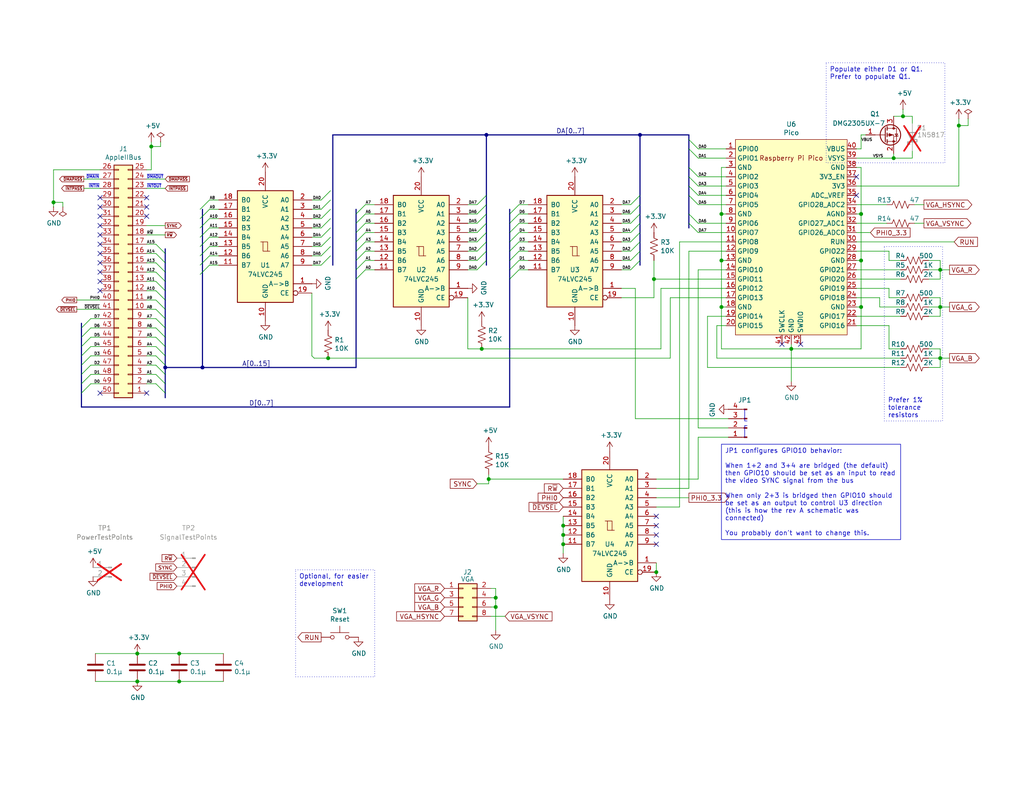
<source format=kicad_sch>
(kicad_sch (version 20231120) (generator "eeschema") (generator_version "8.0")
  (paper "USLetter")
  (title_block (title "Apple II VGA Card") (date "2023-09-09") (rev "B") (comment 1 "Licensed under CERN-OHL-P V2.0 (https://ohwr.org/cern_ohl_p_v2.txt)") (comment 2 "Copyright (c) 2021-2023 Mark Aikens"))
  (junction (at 179.07 156.21))
  (junction (at 48.895 178.435))
  (junction (at 132.715 36.83))
  (junction (at 48.895 186.055))
  (junction (at 135.255 165.735))
  (junction (at 55.245 100.33))
  (junction (at 153.67 148.59))
  (junction (at 14.605 55.245))
  (junction (at 133.35 130.81))
  (junction (at 41.275 40.005))
  (junction (at 243.84 43.18))
  (junction (at 196.85 58.42))
  (junction (at 153.67 143.51))
  (junction (at 45.085 100.33))
  (junction (at 256.54 83.82))
  (junction (at 196.85 83.82))
  (junction (at 196.85 71.12))
  (junction (at 261.62 34.29))
  (junction (at 246.38 31.75))
  (junction (at 153.67 146.05))
  (junction (at 234.95 71.12))
  (junction (at 178.435 76.2))
  (junction (at 234.95 58.42))
  (junction (at 89.535 97.79))
  (junction (at 215.9 95.25))
  (junction (at 174.625 36.83))
  (junction (at 37.465 178.435))
  (junction (at 131.445 95.25))
  (junction (at 256.54 73.66))
  (junction (at 234.95 83.82))
  (junction (at 135.255 163.195))
  (junction (at 37.465 186.055))
  (junction (at 256.54 97.79))
  (no_connect (at 27.305 59.055))
  (no_connect (at 27.305 69.215))
  (no_connect (at 233.68 48.26))
  (no_connect (at 218.44 93.98))
  (no_connect (at 233.68 53.34))
  (no_connect (at 27.305 71.755))
  (no_connect (at 27.305 61.595))
  (no_connect (at 40.005 107.315))
  (no_connect (at 27.305 79.375))
  (no_connect (at 213.36 93.98))
  (no_connect (at 40.005 59.055))
  (no_connect (at 40.005 56.515))
  (no_connect (at 179.07 148.59))
  (no_connect (at 40.005 53.975))
  (no_connect (at 27.305 76.835))
  (no_connect (at 179.07 140.97))
  (no_connect (at 27.305 56.515))
  (no_connect (at 179.07 146.05))
  (no_connect (at 27.305 107.315))
  (no_connect (at 27.305 64.135))
  (no_connect (at 179.07 143.51))
  (no_connect (at 27.305 74.295))
  (no_connect (at 27.305 53.975))
  (no_connect (at 27.305 66.675))
  (bus_entry (at 190.5 63.5) (size -2.54 -2.54))
  (bus_entry (at 139.065 63.5) (size 2.54 -2.54))
  (bus_entry (at 54.61 64.77) (size 2.54 -2.54))
  (bus_entry (at 97.155 66.04) (size 2.54 -2.54))
  (bus_entry (at 97.155 68.58) (size 2.54 -2.54))
  (bus_entry (at 22.225 94.615) (size 2.54 -2.54))
  (bus_entry (at 42.545 102.235) (size 2.54 2.54))
  (bus_entry (at 22.225 102.235) (size 2.54 -2.54))
  (bus_entry (at 190.5 48.26) (size -2.54 -2.54))
  (bus_entry (at 139.065 71.12) (size 2.54 -2.54))
  (bus_entry (at 87.63 72.39) (size 2.54 -2.54))
  (bus_entry (at 130.175 55.88) (size 2.54 -2.54))
  (bus_entry (at 54.61 69.85) (size 2.54 -2.54))
  (bus_entry (at 130.175 63.5) (size 2.54 -2.54))
  (bus_entry (at 42.545 74.295) (size 2.54 2.54))
  (bus_entry (at 97.155 58.42) (size 2.54 -2.54))
  (bus_entry (at 42.545 104.775) (size 2.54 2.54))
  (bus_entry (at 190.5 40.64) (size -2.54 -2.54))
  (bus_entry (at 42.545 81.915) (size 2.54 2.54))
  (bus_entry (at 190.5 55.88) (size -2.54 -2.54))
  (bus_entry (at 42.545 84.455) (size 2.54 2.54))
  (bus_entry (at 139.065 66.04) (size 2.54 -2.54))
  (bus_entry (at 130.175 68.58) (size 2.54 -2.54))
  (bus_entry (at 22.225 107.315) (size 2.54 -2.54))
  (bus_entry (at 97.155 73.66) (size 2.54 -2.54))
  (bus_entry (at 190.5 43.18) (size -2.54 -2.54))
  (bus_entry (at 130.175 71.12) (size 2.54 -2.54))
  (bus_entry (at 54.61 62.23) (size 2.54 -2.54))
  (bus_entry (at 87.63 64.77) (size 2.54 -2.54))
  (bus_entry (at 97.155 71.12) (size 2.54 -2.54))
  (bus_entry (at 172.085 58.42) (size 2.54 -2.54))
  (bus_entry (at 172.085 68.58) (size 2.54 -2.54))
  (bus_entry (at 22.225 92.075) (size 2.54 -2.54))
  (bus_entry (at 139.065 76.2) (size 2.54 -2.54))
  (bus_entry (at 42.545 71.755) (size 2.54 2.54))
  (bus_entry (at 97.155 63.5) (size 2.54 -2.54))
  (bus_entry (at 172.085 66.04) (size 2.54 -2.54))
  (bus_entry (at 87.63 67.31) (size 2.54 -2.54))
  (bus_entry (at 190.5 50.8) (size -2.54 -2.54))
  (bus_entry (at 42.545 69.215) (size 2.54 2.54))
  (bus_entry (at 42.545 89.535) (size 2.54 2.54))
  (bus_entry (at 172.085 60.96) (size 2.54 -2.54))
  (bus_entry (at 42.545 97.155) (size 2.54 2.54))
  (bus_entry (at 130.175 73.66) (size 2.54 -2.54))
  (bus_entry (at 42.545 66.675) (size 2.54 2.54))
  (bus_entry (at 42.545 76.835) (size 2.54 2.54))
  (bus_entry (at 42.545 99.695) (size 2.54 2.54))
  (bus_entry (at 130.175 60.96) (size 2.54 -2.54))
  (bus_entry (at 139.065 68.58) (size 2.54 -2.54))
  (bus_entry (at 139.065 58.42) (size 2.54 -2.54))
  (bus_entry (at 22.225 99.695) (size 2.54 -2.54))
  (bus_entry (at 42.545 79.375) (size 2.54 2.54))
  (bus_entry (at 87.63 59.69) (size 2.54 -2.54))
  (bus_entry (at 139.065 60.96) (size 2.54 -2.54))
  (bus_entry (at 87.63 69.85) (size 2.54 -2.54))
  (bus_entry (at 42.545 86.995) (size 2.54 2.54))
  (bus_entry (at 54.61 59.69) (size 2.54 -2.54))
  (bus_entry (at 172.085 71.12) (size 2.54 -2.54))
  (bus_entry (at 97.155 60.96) (size 2.54 -2.54))
  (bus_entry (at 87.63 57.15) (size 2.54 -2.54))
  (bus_entry (at 190.5 60.96) (size -2.54 -2.54))
  (bus_entry (at 190.5 53.34) (size -2.54 -2.54))
  (bus_entry (at 42.545 92.075) (size 2.54 2.54))
  (bus_entry (at 87.63 62.23) (size 2.54 -2.54))
  (bus_entry (at 54.61 67.31) (size 2.54 -2.54))
  (bus_entry (at 22.225 104.775) (size 2.54 -2.54))
  (bus_entry (at 172.085 55.88) (size 2.54 -2.54))
  (bus_entry (at 97.155 76.2) (size 2.54 -2.54))
  (bus_entry (at 87.63 54.61) (size 2.54 -2.54))
  (bus_entry (at 172.085 73.66) (size 2.54 -2.54))
  (bus_entry (at 130.175 58.42) (size 2.54 -2.54))
  (bus_entry (at 139.065 73.66) (size 2.54 -2.54))
  (bus_entry (at 130.175 66.04) (size 2.54 -2.54))
  (bus_entry (at 172.085 63.5) (size 2.54 -2.54))
  (bus_entry (at 54.61 57.15) (size 2.54 -2.54))
  (bus_entry (at 54.61 72.39) (size 2.54 -2.54))
  (bus_entry (at 54.61 74.93) (size 2.54 -2.54))
  (bus_entry (at 22.225 89.535) (size 2.54 -2.54))
  (bus_entry (at 42.545 94.615) (size 2.54 2.54))
  (bus_entry (at 22.225 97.155) (size 2.54 -2.54))
  (bus (pts (xy 45.085 94.615) (xy 45.085 97.155)))
  (wire (pts (xy 42.545 66.675) (xy 40.005 66.675)))
  (wire (pts (xy 234.95 83.82) (xy 234.95 71.12)))
  (wire (pts (xy 42.545 81.915) (xy 40.005 81.915)))
  (bus (pts (xy 187.96 36.83) (xy 187.96 38.1)))
  (wire (pts (xy 253.365 81.28) (xy 256.54 81.28)))
  (bus (pts (xy 97.155 63.5) (xy 97.155 66.04)))
  (wire (pts (xy 26.035 178.435) (xy 37.465 178.435)))
  (wire (pts (xy 57.15 59.69) (xy 59.69 59.69)))
  (bus (pts (xy 139.065 66.04) (xy 139.065 68.58)))
  (wire (pts (xy 24.765 104.775) (xy 27.305 104.775)))
  (wire (pts (xy 256.54 81.28) (xy 256.54 83.82)))
  (bus (pts (xy 90.805 36.83) (xy 132.715 36.83)))
  (wire (pts (xy 42.545 92.075) (xy 40.005 92.075)))
  (wire (pts (xy 233.68 73.66) (xy 245.745 73.66)))
  (wire (pts (xy 256.54 83.82) (xy 253.365 83.82)))
  (wire (pts (xy 14.605 46.355) (xy 14.605 55.245)))
  (wire (pts (xy 259.08 73.66) (xy 256.54 73.66)))
  (bus (pts (xy 187.96 58.42) (xy 187.96 60.96)))
  (bus (pts (xy 139.065 76.2) (xy 139.065 111.125)))
  (bus (pts (xy 132.715 63.5) (xy 132.715 66.04)))
  (wire (pts (xy 234.95 71.12) (xy 233.68 71.12)))
  (wire (pts (xy 234.95 40.64) (xy 233.68 40.64)))
  (wire (pts (xy 144.145 71.12) (xy 141.605 71.12)))
  (wire (pts (xy 41.275 40.005) (xy 43.815 40.005)))
  (wire (pts (xy 133.35 132.08) (xy 130.175 132.08)))
  (wire (pts (xy 196.85 95.25) (xy 196.85 83.82)))
  (wire (pts (xy 245.745 81.28) (xy 242.57 81.28)))
  (wire (pts (xy 243.84 41.91) (xy 243.84 43.18)))
  (wire (pts (xy 169.545 81.28) (xy 178.435 81.28)))
  (wire (pts (xy 42.545 84.455) (xy 40.005 84.455)))
  (bus (pts (xy 45.085 97.155) (xy 45.085 99.695)))
  (wire (pts (xy 195.58 88.9) (xy 198.12 88.9)))
  (wire (pts (xy 173.355 114.3) (xy 198.755 114.3)))
  (wire (pts (xy 190.5 63.5) (xy 198.12 63.5)))
  (wire (pts (xy 87.63 54.61) (xy 85.09 54.61)))
  (wire (pts (xy 233.68 76.2) (xy 245.745 76.2)))
  (wire (pts (xy 196.85 83.82) (xy 196.85 71.12)))
  (wire (pts (xy 102.235 71.12) (xy 99.695 71.12)))
  (wire (pts (xy 133.35 129.54) (xy 133.35 130.81)))
  (bus (pts (xy 139.065 71.12) (xy 139.065 73.66)))
  (wire (pts (xy 242.57 71.12) (xy 242.57 68.58)))
  (wire (pts (xy 144.145 58.42) (xy 141.605 58.42)))
  (wire (pts (xy 179.07 138.43) (xy 185.42 138.43)))
  (wire (pts (xy 14.605 46.355) (xy 27.305 46.355)))
  (bus (pts (xy 187.96 50.8) (xy 187.96 53.34)))
  (bus (pts (xy 45.085 100.33) (xy 45.085 102.235)))
  (wire (pts (xy 144.145 55.88) (xy 141.605 55.88)))
  (wire (pts (xy 85.09 97.155) (xy 85.725 97.79)))
  (wire (pts (xy 130.175 68.58) (xy 127.635 68.58)))
  (wire (pts (xy 252.095 55.88) (xy 249.555 55.88)))
  (wire (pts (xy 57.15 57.15) (xy 59.69 57.15)))
  (bus (pts (xy 45.085 104.775) (xy 45.085 107.315)))
  (wire (pts (xy 256.54 86.36) (xy 256.54 83.82)))
  (bus (pts (xy 187.96 40.64) (xy 187.96 45.72)))
  (wire (pts (xy 178.435 71.12) (xy 178.435 76.2)))
  (wire (pts (xy 131.445 95.25) (xy 180.34 95.25)))
  (wire (pts (xy 127.635 95.25) (xy 131.445 95.25)))
  (bus (pts (xy 132.715 66.04) (xy 132.715 68.58)))
  (bus (pts (xy 45.085 74.295) (xy 45.085 76.835)))
  (bus (pts (xy 174.625 36.83) (xy 187.96 36.83)))
  (wire (pts (xy 57.15 64.77) (xy 59.69 64.77)))
  (wire (pts (xy 190.5 119.38) (xy 190.5 130.81)))
  (wire (pts (xy 85.09 57.15) (xy 87.63 57.15)))
  (bus (pts (xy 45.085 76.835) (xy 45.085 79.375)))
  (wire (pts (xy 187.96 68.58) (xy 198.12 68.58)))
  (bus (pts (xy 187.96 53.34) (xy 187.96 58.42)))
  (wire (pts (xy 261.62 34.29) (xy 261.62 32.385)))
  (bus (pts (xy 132.715 36.83) (xy 174.625 36.83)))
  (wire (pts (xy 42.545 94.615) (xy 40.005 94.615)))
  (wire (pts (xy 190.5 60.96) (xy 198.12 60.96)))
  (wire (pts (xy 242.57 95.25) (xy 245.745 95.25)))
  (wire (pts (xy 57.15 54.61) (xy 59.69 54.61)))
  (wire (pts (xy 102.235 58.42) (xy 99.695 58.42)))
  (wire (pts (xy 259.08 97.79) (xy 256.54 97.79)))
  (bus (pts (xy 22.225 111.125) (xy 139.065 111.125)))
  (wire (pts (xy 144.145 68.58) (xy 141.605 68.58)))
  (wire (pts (xy 240.03 81.28) (xy 233.68 81.28)))
  (wire (pts (xy 153.67 143.51) (xy 153.67 146.05)))
  (wire (pts (xy 256.54 97.79) (xy 253.365 97.79)))
  (wire (pts (xy 42.545 89.535) (xy 40.005 89.535)))
  (wire (pts (xy 196.85 58.42) (xy 198.12 58.42)))
  (wire (pts (xy 172.085 66.04) (xy 169.545 66.04)))
  (bus (pts (xy 45.085 79.375) (xy 45.085 81.915)))
  (wire (pts (xy 102.235 60.96) (xy 99.695 60.96)))
  (wire (pts (xy 153.67 140.97) (xy 153.67 143.51)))
  (wire (pts (xy 27.305 81.915) (xy 20.955 81.915)))
  (wire (pts (xy 57.15 67.31) (xy 59.69 67.31)))
  (wire (pts (xy 253.365 76.2) (xy 256.54 76.2)))
  (wire (pts (xy 198.12 50.8) (xy 190.5 50.8)))
  (wire (pts (xy 253.365 100.33) (xy 256.54 100.33)))
  (wire (pts (xy 190.5 53.34) (xy 198.12 53.34)))
  (bus (pts (xy 174.625 63.5) (xy 174.625 66.04)))
  (wire (pts (xy 127.635 81.28) (xy 127.635 95.25)))
  (wire (pts (xy 172.085 71.12) (xy 169.545 71.12)))
  (wire (pts (xy 87.63 72.39) (xy 85.09 72.39)))
  (wire (pts (xy 135.255 165.735) (xy 133.985 165.735)))
  (wire (pts (xy 190.5 55.88) (xy 198.12 55.88)))
  (wire (pts (xy 40.005 48.895) (xy 45.085 48.895)))
  (wire (pts (xy 193.04 86.36) (xy 198.12 86.36)))
  (wire (pts (xy 233.68 50.8) (xy 261.62 50.8)))
  (wire (pts (xy 87.63 62.23) (xy 85.09 62.23)))
  (wire (pts (xy 172.085 58.42) (xy 169.545 58.42)))
  (bus (pts (xy 97.155 68.58) (xy 97.155 71.12)))
  (wire (pts (xy 169.545 73.66) (xy 172.085 73.66)))
  (bus (pts (xy 45.085 99.695) (xy 45.085 100.33)))
  (wire (pts (xy 195.58 97.79) (xy 245.745 97.79)))
  (wire (pts (xy 234.95 36.83) (xy 234.95 40.64)))
  (bus (pts (xy 45.085 89.535) (xy 45.085 92.075)))
  (wire (pts (xy 40.005 46.355) (xy 41.275 46.355)))
  (wire (pts (xy 87.63 64.77) (xy 85.09 64.77)))
  (wire (pts (xy 215.9 95.25) (xy 234.95 95.25)))
  (wire (pts (xy 193.04 100.33) (xy 245.745 100.33)))
  (wire (pts (xy 130.175 71.12) (xy 127.635 71.12)))
  (bus (pts (xy 45.085 84.455) (xy 45.085 86.995)))
  (bus (pts (xy 174.625 55.88) (xy 174.625 58.42)))
  (bus (pts (xy 132.715 36.83) (xy 132.715 53.34)))
  (wire (pts (xy 102.235 55.88) (xy 99.695 55.88)))
  (bus (pts (xy 55.245 100.33) (xy 97.155 100.33)))
  (bus (pts (xy 187.96 48.26) (xy 187.96 50.8)))
  (wire (pts (xy 190.5 119.38) (xy 198.755 119.38)))
  (bus (pts (xy 45.085 92.075) (xy 45.085 94.615)))
  (wire (pts (xy 196.85 71.12) (xy 196.85 58.42)))
  (wire (pts (xy 144.145 66.04) (xy 141.605 66.04)))
  (wire (pts (xy 43.815 40.005) (xy 43.815 38.735)))
  (wire (pts (xy 182.88 81.28) (xy 198.12 81.28)))
  (wire (pts (xy 57.15 72.39) (xy 59.69 72.39)))
  (bus (pts (xy 97.155 58.42) (xy 97.155 60.96)))
  (wire (pts (xy 135.255 160.655) (xy 135.255 163.195)))
  (polyline (pts (xy 203.2 111.76) (xy 203.2 114.935)))
  (wire (pts (xy 130.175 73.66) (xy 127.635 73.66)))
  (wire (pts (xy 102.235 66.04) (xy 99.695 66.04)))
  (wire (pts (xy 102.235 63.5) (xy 99.695 63.5)))
  (bus (pts (xy 139.065 57.15) (xy 139.065 58.42)))
  (bus (pts (xy 22.225 99.695) (xy 22.225 102.235)))
  (wire (pts (xy 253.365 86.36) (xy 256.54 86.36)))
  (wire (pts (xy 41.275 46.355) (xy 41.275 40.005)))
  (bus (pts (xy 139.065 58.42) (xy 139.065 60.96)))
  (wire (pts (xy 87.63 67.31) (xy 85.09 67.31)))
  (wire (pts (xy 246.38 29.845) (xy 246.38 31.75)))
  (wire (pts (xy 240.03 83.82) (xy 245.745 83.82)))
  (wire (pts (xy 135.255 163.195) (xy 135.255 165.735)))
  (wire (pts (xy 242.57 88.9) (xy 242.57 95.25)))
  (wire (pts (xy 264.16 32.385) (xy 264.16 34.29)))
  (bus (pts (xy 45.085 67.945) (xy 45.085 69.215)))
  (wire (pts (xy 135.255 163.195) (xy 133.985 163.195)))
  (wire (pts (xy 48.895 186.055) (xy 37.465 186.055)))
  (bus (pts (xy 132.715 58.42) (xy 132.715 60.96)))
  (wire (pts (xy 185.42 66.04) (xy 185.42 138.43)))
  (bus (pts (xy 97.155 57.15) (xy 97.155 58.42)))
  (wire (pts (xy 242.57 78.74) (xy 233.68 78.74)))
  (bus (pts (xy 187.96 60.96) (xy 187.96 62.23)))
  (wire (pts (xy 242.57 81.28) (xy 242.57 78.74)))
  (wire (pts (xy 130.175 63.5) (xy 127.635 63.5)))
  (wire (pts (xy 256.54 95.25) (xy 256.54 97.79)))
  (wire (pts (xy 196.85 58.42) (xy 196.85 45.72)))
  (wire (pts (xy 215.9 95.25) (xy 215.9 93.98)))
  (wire (pts (xy 242.57 68.58) (xy 233.68 68.58)))
  (wire (pts (xy 234.95 45.72) (xy 233.68 45.72)))
  (wire (pts (xy 133.985 168.275) (xy 137.795 168.275)))
  (wire (pts (xy 24.765 86.995) (xy 27.305 86.995)))
  (wire (pts (xy 153.67 148.59) (xy 153.67 151.13)))
  (wire (pts (xy 40.005 61.595) (xy 45.085 61.595)))
  (wire (pts (xy 144.145 63.5) (xy 141.605 63.5)))
  (wire (pts (xy 130.175 66.04) (xy 127.635 66.04)))
  (wire (pts (xy 234.95 36.83) (xy 236.22 36.83)))
  (bus (pts (xy 97.155 60.96) (xy 97.155 63.5)))
  (wire (pts (xy 178.435 76.2) (xy 178.435 81.28)))
  (bus (pts (xy 45.085 102.235) (xy 45.085 104.775)))
  (bus (pts (xy 174.625 58.42) (xy 174.625 60.96)))
  (wire (pts (xy 17.145 55.245) (xy 14.605 55.245)))
  (wire (pts (xy 57.15 62.23) (xy 59.69 62.23)))
  (wire (pts (xy 242.57 88.9) (xy 233.68 88.9)))
  (bus (pts (xy 139.065 73.66) (xy 139.065 76.2)))
  (wire (pts (xy 133.35 130.81) (xy 153.67 130.81)))
  (wire (pts (xy 193.04 100.33) (xy 193.04 86.36)))
  (bus (pts (xy 139.065 68.58) (xy 139.065 71.12)))
  (wire (pts (xy 246.38 31.75) (xy 248.92 31.75)))
  (bus (pts (xy 139.065 60.96) (xy 139.065 63.5)))
  (wire (pts (xy 17.145 56.515) (xy 17.145 55.245)))
  (wire (pts (xy 40.005 51.435) (xy 45.085 51.435)))
  (wire (pts (xy 27.305 48.895) (xy 22.86 48.895)))
  (bus (pts (xy 22.225 97.155) (xy 22.225 99.695)))
  (wire (pts (xy 259.08 83.82) (xy 256.54 83.82)))
  (bus (pts (xy 45.085 69.215) (xy 45.085 71.755)))
  (wire (pts (xy 243.84 43.18) (xy 248.92 43.18)))
  (bus (pts (xy 187.96 45.72) (xy 187.96 48.26)))
  (wire (pts (xy 196.85 45.72) (xy 198.12 45.72)))
  (bus (pts (xy 97.155 66.04) (xy 97.155 68.58)))
  (wire (pts (xy 24.765 94.615) (xy 27.305 94.615)))
  (bus (pts (xy 45.085 100.33) (xy 55.245 100.33)))
  (wire (pts (xy 37.465 186.055) (xy 26.035 186.055)))
  (wire (pts (xy 45.085 64.135) (xy 40.005 64.135)))
  (wire (pts (xy 20.955 84.455) (xy 27.305 84.455)))
  (wire (pts (xy 87.63 59.69) (xy 85.09 59.69)))
  (wire (pts (xy 242.57 71.12) (xy 245.745 71.12)))
  (wire (pts (xy 243.84 31.75) (xy 246.38 31.75)))
  (bus (pts (xy 22.225 107.315) (xy 22.225 111.125)))
  (bus (pts (xy 22.225 94.615) (xy 22.225 97.155)))
  (wire (pts (xy 48.895 178.435) (xy 60.96 178.435)))
  (wire (pts (xy 234.95 58.42) (xy 234.95 45.72)))
  (wire (pts (xy 187.96 68.58) (xy 187.96 133.35)))
  (wire (pts (xy 89.535 97.79) (xy 182.88 97.79)))
  (wire (pts (xy 173.355 78.74) (xy 169.545 78.74)))
  (wire (pts (xy 42.545 104.775) (xy 40.005 104.775)))
  (wire (pts (xy 42.545 76.835) (xy 40.005 76.835)))
  (wire (pts (xy 241.935 60.96) (xy 233.68 60.96)))
  (wire (pts (xy 57.15 69.85) (xy 59.69 69.85)))
  (wire (pts (xy 42.545 99.695) (xy 40.005 99.695)))
  (wire (pts (xy 179.07 133.35) (xy 187.96 133.35)))
  (polyline (pts (xy 203.835 114.935) (xy 203.2 114.935)))
  (wire (pts (xy 42.545 86.995) (xy 40.005 86.995)))
  (wire (pts (xy 253.365 71.12) (xy 256.54 71.12)))
  (wire (pts (xy 130.175 55.88) (xy 127.635 55.88)))
  (bus (pts (xy 132.715 60.96) (xy 132.715 63.5)))
  (wire (pts (xy 256.54 73.66) (xy 253.365 73.66)))
  (wire (pts (xy 42.545 79.375) (xy 40.005 79.375)))
  (wire (pts (xy 179.07 130.81) (xy 190.5 130.81)))
  (wire (pts (xy 42.545 69.215) (xy 40.005 69.215)))
  (wire (pts (xy 234.95 83.82) (xy 233.68 83.82)))
  (bus (pts (xy 90.805 36.83) (xy 90.805 72.39)))
  (wire (pts (xy 133.985 160.655) (xy 135.255 160.655)))
  (wire (pts (xy 233.68 86.36) (xy 245.745 86.36)))
  (bus (pts (xy 45.085 86.995) (xy 45.085 89.535)))
  (wire (pts (xy 180.34 78.74) (xy 198.12 78.74)))
  (bus (pts (xy 22.225 102.235) (xy 22.225 104.775)))
  (wire (pts (xy 173.355 78.74) (xy 173.355 114.3)))
  (wire (pts (xy 240.03 83.82) (xy 240.03 81.28)))
  (bus (pts (xy 45.085 107.315) (xy 45.085 108.585)))
  (wire (pts (xy 144.145 73.66) (xy 141.605 73.66)))
  (wire (pts (xy 144.145 60.96) (xy 141.605 60.96)))
  (wire (pts (xy 234.95 95.25) (xy 234.95 83.82)))
  (polyline (pts (xy 203.2 119.38) (xy 203.2 116.205)))
  (polyline (pts (xy 203.835 116.205) (xy 203.2 116.205)))
  (bus (pts (xy 132.715 71.12) (xy 132.715 72.39)))
  (bus (pts (xy 174.625 53.34) (xy 174.625 55.88)))
  (wire (pts (xy 237.49 63.5) (xy 233.68 63.5)))
  (bus (pts (xy 45.085 71.755) (xy 45.085 74.295)))
  (wire (pts (xy 24.765 102.235) (xy 27.305 102.235)))
  (wire (pts (xy 264.16 34.29) (xy 261.62 34.29)))
  (wire (pts (xy 42.545 71.755) (xy 40.005 71.755)))
  (bus (pts (xy 174.625 68.58) (xy 174.625 71.12)))
  (bus (pts (xy 45.085 81.915) (xy 45.085 84.455)))
  (bus (pts (xy 22.225 88.265) (xy 22.225 89.535)))
  (wire (pts (xy 233.68 66.04) (xy 260.35 66.04)))
  (wire (pts (xy 153.67 146.05) (xy 153.67 148.59)))
  (wire (pts (xy 248.92 43.18) (xy 248.92 41.275)))
  (wire (pts (xy 190.5 116.84) (xy 198.755 116.84)))
  (wire (pts (xy 256.54 76.2) (xy 256.54 73.66)))
  (wire (pts (xy 248.92 31.75) (xy 248.92 33.655)))
  (wire (pts (xy 179.07 153.67) (xy 179.07 156.21)))
  (wire (pts (xy 185.42 66.04) (xy 198.12 66.04)))
  (wire (pts (xy 85.09 80.01) (xy 85.09 97.155)))
  (wire (pts (xy 87.63 69.85) (xy 85.09 69.85)))
  (bus (pts (xy 97.155 71.12) (xy 97.155 73.66)))
  (wire (pts (xy 172.085 63.5) (xy 169.545 63.5)))
  (wire (pts (xy 190.5 73.66) (xy 190.5 116.84)))
  (bus (pts (xy 55.245 57.15) (xy 55.245 100.33)))
  (bus (pts (xy 22.225 89.535) (xy 22.225 92.075)))
  (wire (pts (xy 85.725 97.79) (xy 89.535 97.79)))
  (bus (pts (xy 97.155 76.2) (xy 97.155 100.33)))
  (bus (pts (xy 22.225 92.075) (xy 22.225 94.615)))
  (wire (pts (xy 172.085 68.58) (xy 169.545 68.58)))
  (wire (pts (xy 130.175 58.42) (xy 127.635 58.42)))
  (wire (pts (xy 233.68 43.18) (xy 243.84 43.18)))
  (bus (pts (xy 97.155 73.66) (xy 97.155 76.2)))
  (wire (pts (xy 41.275 40.005) (xy 41.275 38.735)))
  (wire (pts (xy 190.5 43.18) (xy 198.12 43.18)))
  (wire (pts (xy 130.175 60.96) (xy 127.635 60.96)))
  (wire (pts (xy 234.95 71.12) (xy 234.95 58.42)))
  (wire (pts (xy 241.935 55.88) (xy 233.68 55.88)))
  (wire (pts (xy 24.765 89.535) (xy 27.305 89.535)))
  (wire (pts (xy 172.085 60.96) (xy 169.545 60.96)))
  (wire (pts (xy 172.085 55.88) (xy 169.545 55.88)))
  (wire (pts (xy 196.85 83.82) (xy 198.12 83.82)))
  (bus (pts (xy 139.065 63.5) (xy 139.065 66.04)))
  (wire (pts (xy 180.34 95.25) (xy 180.34 78.74)))
  (wire (pts (xy 253.365 95.25) (xy 256.54 95.25)))
  (wire (pts (xy 252.095 60.96) (xy 249.555 60.96)))
  (wire (pts (xy 198.12 73.66) (xy 190.5 73.66)))
  (bus (pts (xy 22.225 104.775) (xy 22.225 107.315)))
  (wire (pts (xy 42.545 102.235) (xy 40.005 102.235)))
  (bus (pts (xy 132.715 55.88) (xy 132.715 58.42)))
  (wire (pts (xy 190.5 48.26) (xy 198.12 48.26)))
  (wire (pts (xy 24.765 97.155) (xy 27.305 97.155)))
  (bus (pts (xy 174.625 60.96) (xy 174.625 63.5)))
  (wire (pts (xy 196.85 71.12) (xy 198.12 71.12)))
  (bus (pts (xy 132.715 68.58) (xy 132.715 71.12)))
  (wire (pts (xy 178.435 76.2) (xy 198.12 76.2)))
  (wire (pts (xy 24.765 99.695) (xy 27.305 99.695)))
  (wire (pts (xy 42.545 97.155) (xy 40.005 97.155)))
  (wire (pts (xy 234.95 58.42) (xy 233.68 58.42)))
  (bus (pts (xy 187.96 38.1) (xy 187.96 40.64)))
  (wire (pts (xy 48.895 186.055) (xy 60.96 186.055)))
  (bus (pts (xy 174.625 66.04) (xy 174.625 68.58)))
  (wire (pts (xy 102.235 68.58) (xy 99.695 68.58)))
  (wire (pts (xy 195.58 97.79) (xy 195.58 88.9)))
  (wire (pts (xy 24.765 92.075) (xy 27.305 92.075)))
  (bus (pts (xy 174.625 71.12) (xy 174.625 72.39)))
  (wire (pts (xy 215.9 104.14) (xy 215.9 95.25)))
  (wire (pts (xy 256.54 71.12) (xy 256.54 73.66)))
  (bus (pts (xy 174.625 36.83) (xy 174.625 53.34)))
  (wire (pts (xy 256.54 100.33) (xy 256.54 97.79)))
  (wire (pts (xy 37.465 178.435) (xy 48.895 178.435)))
  (wire (pts (xy 182.88 97.79) (xy 182.88 81.28)))
  (wire (pts (xy 22.86 51.435) (xy 27.305 51.435)))
  (bus (pts (xy 132.715 53.34) (xy 132.715 55.88)))
  (wire (pts (xy 14.605 55.245) (xy 14.605 56.515)))
  (wire (pts (xy 42.545 74.295) (xy 40.005 74.295)))
  (wire (pts (xy 133.35 130.81) (xy 133.35 132.08)))
  (wire (pts (xy 261.62 50.8) (xy 261.62 34.29)))
  (wire (pts (xy 135.255 165.735) (xy 135.255 172.085)))
  (wire (pts (xy 196.85 95.25) (xy 215.9 95.25)))
  (wire (pts (xy 190.5 40.64) (xy 198.12 40.64)))
  (wire (pts (xy 179.07 135.89) (xy 187.96 135.89)))
  (wire (pts (xy 102.235 73.66) (xy 99.695 73.66)))
  (text_box "Optional, for easier development" (at 80.645 155.575 0) (size 21.59 29.21) (stroke (width 0) (type dot)) (effects (font (size 1.27 1.27)) (justify left top)))
  (text_box "Populate either D1 or Q1. Prefer to populate Q1." (at 225.425 17.145 0) (size 32.385 27.305) (stroke (width 0) (type dot)) (effects (font (size 1.27 1.27)) (justify left top)))
  (text_box "JP1 configures GPIO10 behavior:\n\nWhen 1+2 and 3+4 are bridged (the default) then GPIO10 should be set as an input to read the video SYNC signal from the bus\n\nWhen only 2+3 is bridged then GPIO10 should be set as an output to control U3 direction (this is how the rev A schematic was connected)\n\nYou probably don't want to change this." (at 196.85 121.285 0) (size 48.895 26.035) (effects (font (size 1.27 1.27)) (justify left top)))
  (text_box "Prefer 1% tolerance resistors" (at 241.3 67.31 0) (size 15.875 47.625) (stroke (width 0) (type dot)) (effects (font (size 1.27 1.27)) (justify left bottom)))
  (text "~{DMAIN}" (at 23.495 48.895 0) (effects (font (size 0.762 0.762)) (justify left bottom)))
  (text "~{INTOUT}" (at 40.005 51.435 0) (effects (font (size 0.762 0.762)) (justify left bottom)))
  (text "~{DMAOUT}" (at 40.005 48.895 0) (effects (font (size 0.762 0.762)) (justify left bottom)))
  (text "~{INTIN}" (at 24.13 51.435 0) (effects (font (size 0.762 0.762)) (justify left bottom)))
  (label "D4" (at 141.605 63.5 0) (effects (font (size 0.762 0.762))))
  (label "DA7" (at 172.085 55.88 180) (effects (font (size 0.762 0.762))))
  (label "A0" (at 99.695 73.66 0) (effects (font (size 0.762 0.762))))
  (label "DA6" (at 130.175 58.42 180) (effects (font (size 0.762 0.762))))
  (label "PHI0" (at 27.305 81.915 180) (effects (font (size 0.762 0.762))))
  (label "D3" (at 141.605 66.04 0) (effects (font (size 0.762 0.762))))
  (label "A0" (at 40.005 104.775 0) (effects (font (size 0.762 0.762))))
  (label "DA1" (at 87.63 57.15 180) (effects (font (size 0.762 0.762))))
  (label "D1" (at 27.305 102.235 180) (effects (font (size 0.762 0.762))))
  (label "D5" (at 27.305 92.075 180) (effects (font (size 0.762 0.762))))
  (label "A13" (at 40.005 71.755 0) (effects (font (size 0.762 0.762))))
  (label "A1" (at 40.005 102.235 0) (effects (font (size 0.762 0.762))))
  (label "A11" (at 57.15 62.23 0) (effects (font (size 0.762 0.762))))
  (label "DA3" (at 190.5 50.8 0) (effects (font (size 0.762 0.762))))
  (label "A8" (at 40.005 84.455 0) (effects (font (size 0.762 0.762))))
  (label "A11" (at 40.005 76.835 0) (effects (font (size 0.762 0.762))))
  (label "D6" (at 141.605 58.42 0) (effects (font (size 0.762 0.762))))
  (label "A7" (at 99.695 55.88 0) (effects (font (size 0.762 0.762))))
  (label "A3" (at 40.005 97.155 0) (effects (font (size 0.762 0.762))))
  (label "A8" (at 57.15 54.61 0) (effects (font (size 0.762 0.762))))
  (label "A2" (at 99.695 68.58 0) (effects (font (size 0.762 0.762))))
  (label "DA5" (at 172.085 60.96 180) (effects (font (size 0.762 0.762))))
  (label "A[0..15]" (at 66.04 100.33 0))
  (label "DA7" (at 130.175 55.88 180) (effects (font (size 0.762 0.762))))
  (label "A15" (at 57.15 72.39 0) (effects (font (size 0.762 0.762))))
  (label "D0" (at 27.305 104.775 180) (effects (font (size 0.762 0.762))))
  (label "DA0" (at 172.085 73.66 180) (effects (font (size 0.762 0.762))))
  (label "VSYS" (at 238.125 43.18 0) (effects (font (size 0.75 0.75))))
  (label "A6" (at 40.005 89.535 0) (effects (font (size 0.762 0.762))))
  (label "D0" (at 141.605 73.66 0) (effects (font (size 0.762 0.762))))
  (label "DA0" (at 130.175 73.66 180) (effects (font (size 0.762 0.762))))
  (label "DA4" (at 87.63 64.77 180) (effects (font (size 0.762 0.762))))
  (label "D1" (at 141.605 71.12 0) (effects (font (size 0.762 0.762))))
  (label "A9" (at 57.15 57.15 0) (effects (font (size 0.762 0.762))))
  (label "D[0..7]" (at 67.945 111.125 0))
  (label "DA2" (at 190.5 48.26 0) (effects (font (size 0.762 0.762))))
  (label "A4" (at 40.005 94.615 0) (effects (font (size 0.762 0.762))))
  (label "A6" (at 99.695 58.42 0) (effects (font (size 0.762 0.762))))
  (label "DA0" (at 190.5 40.64 0) (effects (font (size 0.762 0.762))))
  (label "DA0" (at 87.63 54.61 180) (effects (font (size 0.762 0.762))))
  (label "D6" (at 27.305 89.535 180) (effects (font (size 0.762 0.762))))
  (label "A2" (at 40.005 99.695 0) (effects (font (size 0.762 0.762))))
  (label "DA2" (at 87.63 59.69 180) (effects (font (size 0.762 0.762))))
  (label "DA4" (at 130.175 63.5 180) (effects (font (size 0.762 0.762))))
  (label "D7" (at 27.305 86.995 180) (effects (font (size 0.762 0.762))))
  (label "DA4" (at 190.5 53.34 0) (effects (font (size 0.762 0.762))))
  (label "DA6" (at 172.085 58.42 180) (effects (font (size 0.762 0.762))))
  (label "A12" (at 40.005 74.295 0) (effects (font (size 0.762 0.762))))
  (label "DA1" (at 190.5 43.18 0) (effects (font (size 0.762 0.762))))
  (label "DA3" (at 130.175 66.04 180) (effects (font (size 0.762 0.762))))
  (label "A1" (at 99.695 71.12 0) (effects (font (size 0.762 0.762))))
  (label "A15" (at 40.005 66.675 0) (effects (font (size 0.762 0.762))))
  (label "DA3" (at 87.63 62.23 180) (effects (font (size 0.762 0.762))))
  (label "A14" (at 57.15 69.85 0) (effects (font (size 0.762 0.762))))
  (label "A5" (at 99.695 60.96 0) (effects (font (size 0.762 0.762))))
  (label "D4" (at 27.305 94.615 180) (effects (font (size 0.762 0.762))))
  (label "DA6" (at 190.5 60.96 0) (effects (font (size 0.762 0.762))))
  (label "D5" (at 141.605 60.96 0) (effects (font (size 0.762 0.762))))
  (label "A4" (at 99.695 63.5 0) (effects (font (size 0.762 0.762))))
  (label "A12" (at 57.15 64.77 0) (effects (font (size 0.762 0.762))))
  (label "R~{W}" (at 40.005 64.135 0) (effects (font (size 0.762 0.762))))
  (label "DA7" (at 87.63 72.39 180) (effects (font (size 0.762 0.762))))
  (label "A5" (at 40.005 92.075 0) (effects (font (size 0.762 0.762))))
  (label "D3" (at 27.305 97.155 180) (effects (font (size 0.762 0.762))))
  (label "A13" (at 57.15 67.31 0) (effects (font (size 0.762 0.762))))
  (label "D2" (at 141.605 68.58 0) (effects (font (size 0.762 0.762))))
  (label "~{DEVSEL}" (at 27.305 84.455 180) (effects (font (size 0.762 0.762))))
  (label "DA5" (at 87.63 67.31 180) (effects (font (size 0.762 0.762))))
  (label "DA5" (at 190.5 55.88 0) (effects (font (size 0.762 0.762))))
  (label "DA4" (at 172.085 63.5 180) (effects (font (size 0.762 0.762))))
  (label "A9" (at 40.005 81.915 0) (effects (font (size 0.762 0.762))))
  (label "DA5" (at 130.175 60.96 180) (effects (font (size 0.762 0.762))))
  (label "A10" (at 57.15 59.69 0) (effects (font (size 0.762 0.762))))
  (label "DA[0..7]" (at 151.765 36.83 0))
  (label "DA6" (at 87.63 69.85 180) (effects (font (size 0.762 0.762))))
  (label "DA1" (at 130.175 71.12 180) (effects (font (size 0.762 0.762))))
  (label "D7" (at 141.605 55.88 0) (effects (font (size 0.762 0.762))))
  (label "DA1" (at 172.085 71.12 180) (effects (font (size 0.762 0.762))))
  (label "DA2" (at 130.175 68.58 180) (effects (font (size 0.762 0.762))))
  (label "VBUS" (at 234.95 38.735 0) (effects (font (size 0.75 0.75))))
  (label "D2" (at 27.305 99.695 180) (effects (font (size 0.762 0.762))))
  (label "DA3" (at 172.085 66.04 180) (effects (font (size 0.762 0.762))))
  (label "DA2" (at 172.085 68.58 180) (effects (font (size 0.762 0.762))))
  (label "DA7" (at 190.5 63.5 0) (effects (font (size 0.762 0.762))))
  (label "A7" (at 40.005 86.995 0) (effects (font (size 0.762 0.762))))
  (label "A3" (at 99.695 66.04 0) (effects (font (size 0.762 0.762))))
  (label "A10" (at 40.005 79.375 0) (effects (font (size 0.762 0.762))))
  (label "A14" (at 40.005 69.215 0) (effects (font (size 0.762 0.762))))
  (global_label "RUN" (shape output) (at 87.63 173.99 180) (property "Intersheetrefs" "${INTERSHEET_REFS}" (effects (hide yes))))
  (global_label "~{DEVSEL}" (shape output) (at 20.955 84.455 180) (effects (font (size 0.762 0.762))) (property "Intersheetrefs" "${INTERSHEET_REFS}" (effects (hide yes))))
  (global_label "VGA_VSYNC" (shape input) (at 137.795 168.275 0) (property "Intersheetrefs" "${INTERSHEET_REFS}" (effects (hide yes))))
  (global_label "PHI0" (shape input) (at 153.67 135.89 180) (property "Intersheetrefs" "${INTERSHEET_REFS}" (effects (hide yes))))
  (global_label "VGA_R" (shape output) (at 259.08 73.66 0) (property "Intersheetrefs" "${INTERSHEET_REFS}" (effects (hide yes))))
  (global_label "R~{W}" (shape input) (at 48.26 152.4 180) (effects (font (size 1 1))) (property "Intersheetrefs" "${INTERSHEET_REFS}" (effects (hide yes))))
  (global_label "R~{W}" (shape output) (at 45.085 64.135 0) (effects (font (size 0.762 0.762))) (property "Intersheetrefs" "${INTERSHEET_REFS}" (effects (hide yes))))
  (global_label "~{INTPASS}" (shape output) (at 22.86 51.435 180) (effects (font (size 0.762 0.762))) (property "Intersheetrefs" "${INTERSHEET_REFS}" (effects (hide yes))))
  (global_label "PHI0" (shape input) (at 48.26 160.02 180) (effects (font (size 1 1))) (property "Intersheetrefs" "${INTERSHEET_REFS}" (effects (hide yes))))
  (global_label "RUN" (shape input) (at 260.35 66.04 0) (property "Intersheetrefs" "${INTERSHEET_REFS}" (effects (hide yes))))
  (global_label "VGA_HSYNC" (shape input) (at 121.285 168.275 180) (property "Intersheetrefs" "${INTERSHEET_REFS}" (effects (hide yes))))
  (global_label "~{INTPASS}" (shape input) (at 45.085 51.435 0) (effects (font (size 0.762 0.762))) (property "Intersheetrefs" "${INTERSHEET_REFS}" (effects (hide yes))))
  (global_label "VGA_VSYNC" (shape output) (at 252.095 60.96 0) (property "Intersheetrefs" "${INTERSHEET_REFS}" (effects (hide yes))))
  (global_label "SYNC" (shape input) (at 48.26 154.94 180) (effects (font (size 1 1))) (property "Intersheetrefs" "${INTERSHEET_REFS}" (effects (hide yes))))
  (global_label "VGA_R" (shape input) (at 121.285 160.655 180) (property "Intersheetrefs" "${INTERSHEET_REFS}" (effects (hide yes))))
  (global_label "~{DMAPASS}" (shape output) (at 22.86 48.895 180) (effects (font (size 0.762 0.762))) (property "Intersheetrefs" "${INTERSHEET_REFS}" (effects (hide yes))))
  (global_label "PHI0_3.3" (shape output) (at 187.96 135.89 0) (property "Intersheetrefs" "${INTERSHEET_REFS}" (effects (hide yes))))
  (global_label "R~{W}" (shape input) (at 153.67 133.35 180) (property "Intersheetrefs" "${INTERSHEET_REFS}" (effects (hide yes))))
  (global_label "SYNC" (shape output) (at 45.085 61.595 0) (effects (font (size 0.762 0.762))) (property "Intersheetrefs" "${INTERSHEET_REFS}" (effects (hide yes))))
  (global_label "PHI0" (shape output) (at 20.955 81.915 180) (effects (font (size 0.762 0.762))) (property "Intersheetrefs" "${INTERSHEET_REFS}" (effects (hide yes))))
  (global_label "VGA_B" (shape input) (at 121.285 165.735 180) (property "Intersheetrefs" "${INTERSHEET_REFS}" (effects (hide yes))))
  (global_label "~{DEVSEL}" (shape input) (at 48.26 157.48 180) (effects (font (size 1 1))) (property "Intersheetrefs" "${INTERSHEET_REFS}" (effects (hide yes))))
  (global_label "SYNC" (shape input) (at 130.175 132.08 180) (property "Intersheetrefs" "${INTERSHEET_REFS}" (effects (hide yes))))
  (global_label "~{DEVSEL}" (shape input) (at 153.67 138.43 180) (property "Intersheetrefs" "${INTERSHEET_REFS}" (effects (hide yes))))
  (global_label "~{DMAPASS}" (shape input) (at 45.085 48.895 0) (effects (font (size 0.762 0.762))) (property "Intersheetrefs" "${INTERSHEET_REFS}" (effects (hide yes))))
  (global_label "VGA_G" (shape input) (at 121.285 163.195 180) (property "Intersheetrefs" "${INTERSHEET_REFS}" (effects (hide yes))))
  (global_label "VGA_B" (shape output) (at 259.08 97.79 0) (property "Intersheetrefs" "${INTERSHEET_REFS}" (effects (hide yes))))
  (global_label "VGA_G" (shape output) (at 259.08 83.82 0) (property "Intersheetrefs" "${INTERSHEET_REFS}" (effects (hide yes))))
  (global_label "VGA_HSYNC" (shape output) (at 252.095 55.88 0) (property "Intersheetrefs" "${INTERSHEET_REFS}" (effects (hide yes))))
  (global_label "PHI0_3.3" (shape input) (at 237.49 63.5 0) (property "Intersheetrefs" "${INTERSHEET_REFS}" (effects (hide yes))))
  (symbol (lib_id "74xx:74LS245") (at 72.39 67.31 0) (mirror y) (unit 1)
    (property "Reference" "U1" (at 72.39 72.39 0))
    (property "Value" "74LVC245" (at 72.39 74.93 0))
    (property "Footprint" "Package_DIP:DIP-20_W7.62mm_Socket" (effects (hide yes)))
    (property "Datasheet" "https://www.ti.com/lit/ds/symlink/sn74lvc245a.pdf" (effects (hide yes)))
    (property "Mfr" "TI" (effects (hide yes)))
    (property "MfrNo" "SN74LVC245AN" (effects (hide yes)))
    (property "MouserNo" "595-SN74LVC245AN" (effects (hide yes)))
  )
  (symbol (lib_id "74xx:74LS245") (at 114.935 68.58 0) (mirror y) (unit 1)
    (property "Reference" "U2" (at 114.935 73.66 0))
    (property "Value" "74LVC245" (at 114.935 76.2 0))
    (property "Footprint" "Package_DIP:DIP-20_W7.62mm_Socket" (effects (hide yes)))
    (property "Datasheet" "https://www.ti.com/lit/ds/symlink/sn74lvc245a.pdf" (effects (hide yes)))
    (property "Mfr" "TI" (effects (hide yes)))
    (property "MfrNo" "SN74LVC245AN" (effects (hide yes)))
    (property "MouserNo" "595-SN74LVC245AN" (effects (hide yes)))
  )
  (symbol (lib_id "74xx:74LS245") (at 156.845 68.58 0) (mirror y) (unit 1)
    (property "Reference" "U3" (at 156.845 73.66 0))
    (property "Value" "74LVC245" (at 156.845 76.2 0))
    (property "Footprint" "Package_DIP:DIP-20_W7.62mm_Socket" (effects (hide yes)))
    (property "Datasheet" "https://www.ti.com/lit/ds/symlink/sn74lvc245a.pdf" (effects (hide yes)))
    (property "Mfr" "TI" (effects (hide yes)))
    (property "MfrNo" "SN74LVC245AN" (effects (hide yes)))
    (property "MouserNo" "595-SN74LVC245AN" (effects (hide yes)))
  )
  (symbol (lib_id "MCU_RaspberryPi_and_Boards:Pico") (at 215.9 64.77 0) (unit 1)
    (property "Reference" "U6" (at 215.9 33.909 0))
    (property "Value" "Pico" (at 215.9 36.2204 0))
    (property "Footprint" "MCU_RaspberryPi_and_Boards:RPi_Pico_SMD_TH" (effects (hide yes)))
  )
  (symbol (lib_id "power:+3.3V") (at 72.39 46.99 0) (unit 1)
    (property "Reference" "#PWR0104" (effects (hide yes)))
    (property "Value" "+3.3V" (at 72.771 42.5958 0))
    (property "Description" "Power symbol creates a global label with name \"+3.3V\"" (effects (hide yes)))
  )
  (symbol (lib_id "power:+3.3V") (at 114.935 48.26 0) (unit 1)
    (property "Reference" "#PWR0105" (effects (hide yes)))
    (property "Value" "+3.3V" (at 115.316 43.8658 0))
    (property "Description" "Power symbol creates a global label with name \"+3.3V\"" (effects (hide yes)))
  )
  (symbol (lib_id "power:+3.3V") (at 156.845 48.26 0) (unit 1)
    (property "Reference" "#PWR0106" (effects (hide yes)))
    (property "Value" "+3.3V" (at 157.226 43.8658 0))
    (property "Description" "Power symbol creates a global label with name \"+3.3V\"" (effects (hide yes)))
  )
  (symbol (lib_id "power:GND") (at 72.39 87.63 0) (unit 1)
    (property "Reference" "#PWR0107" (effects (hide yes)))
    (property "Value" "GND" (at 72.517 92.0242 0))
    (property "Description" "Power symbol creates a global label with name \"GND\" , ground" (effects (hide yes)))
  )
  (symbol (lib_id "power:GND") (at 114.935 88.9 0) (unit 1)
    (property "Reference" "#PWR0108" (effects (hide yes)))
    (property "Value" "GND" (at 115.062 93.2942 0))
    (property "Description" "Power symbol creates a global label with name \"GND\" , ground" (effects (hide yes)))
  )
  (symbol (lib_id "power:GND") (at 156.845 88.9 0) (unit 1)
    (property "Reference" "#PWR0109" (effects (hide yes)))
    (property "Value" "GND" (at 156.972 93.2942 0))
    (property "Description" "Power symbol creates a global label with name \"GND\" , ground" (effects (hide yes)))
  )
  (symbol (lib_id "Device:D_Schottky") (at 248.92 37.465 90) (unit 1) (dnp yes)
    (property "Reference" "D1" (at 251.46 34.925 90))
    (property "Value" "1N5817" (at 254 36.83 90))
    (property "Footprint" "Diode_THT:D_DO-41_SOD81_P10.16mm_Horizontal" (effects (hide yes)))
    (property "Datasheet" "https://www.mouser.com/datasheet/2/389/1n5817-1848842.pdf" (effects (hide yes)))
    (property "Mfr" "STMicroelectronics" (effects (hide yes)))
    (property "MfrNo" "1N5817" (effects (hide yes)))
    (property "MouserNo" "511-1N5817" (effects (hide yes)))
  )
  (symbol (lib_id "Device:R_US") (at 249.555 100.33 90) (unit 1)
    (property "Reference" "R12" (at 247.015 99.06 90) (effects (justify left)))
    (property "Value" "2K" (at 254.635 99.06 90) (effects (justify left)))
    (property "Footprint" "AppleVGA:R_Axial_DIN0207_L6.3mm_D2.5mm_P10.16mm_Thin_Horizontal" (effects (hide yes)))
    (property "MouserNo" "603-MFR-25FBF52-2K" (effects (hide yes)))
  )
  (symbol (lib_id "Device:R_US") (at 249.555 97.79 90) (unit 1)
    (property "Reference" "R11" (at 247.015 96.52 90) (effects (justify left)))
    (property "Value" "1K" (at 254.635 96.52 90) (effects (justify left)))
    (property "Footprint" "AppleVGA:R_Axial_DIN0207_L6.3mm_D2.5mm_P10.16mm_Thin_Horizontal" (effects (hide yes)))
    (property "MouserNo" "603-MFR-25FBF52-1K" (effects (hide yes)))
  )
  (symbol (lib_id "Device:R_US") (at 249.555 95.25 90) (unit 1)
    (property "Reference" "R10" (at 247.015 93.98 90) (effects (justify left)))
    (property "Value" "500" (at 254.635 93.98 90) (effects (justify left)))
    (property "Footprint" "AppleVGA:R_Axial_DIN0207_L6.3mm_D2.5mm_P10.16mm_Thin_Horizontal" (effects (hide yes)))
    (property "MouserNo" "603-MFR-25FBF52-499R" (effects (hide yes)))
  )
  (symbol (lib_id "power:GND") (at 215.9 104.14 0) (unit 1)
    (property "Reference" "#PWR0119" (effects (hide yes)))
    (property "Value" "GND" (at 216.027 108.5342 0))
    (property "Description" "Power symbol creates a global label with name \"GND\" , ground" (effects (hide yes)))
  )
  (symbol (lib_id "Device:R_US") (at 249.555 86.36 90) (unit 1)
    (property "Reference" "R9" (at 247.015 85.09 90) (effects (justify left)))
    (property "Value" "2K" (at 254.635 85.09 90) (effects (justify left)))
    (property "Footprint" "AppleVGA:R_Axial_DIN0207_L6.3mm_D2.5mm_P10.16mm_Thin_Horizontal" (effects (hide yes)))
    (property "MouserNo" "603-MFR-25FBF52-2K" (effects (hide yes)))
  )
  (symbol (lib_id "Device:R_US") (at 249.555 83.82 90) (unit 1)
    (property "Reference" "R8" (at 247.015 82.55 90) (effects (justify left)))
    (property "Value" "1K" (at 254.635 82.55 90) (effects (justify left)))
    (property "Footprint" "AppleVGA:R_Axial_DIN0207_L6.3mm_D2.5mm_P10.16mm_Thin_Horizontal" (effects (hide yes)))
    (property "MouserNo" "603-MFR-25FBF52-1K" (effects (hide yes)))
  )
  (symbol (lib_id "Device:R_US") (at 249.555 81.28 90) (unit 1)
    (property "Reference" "R7" (at 247.015 80.01 90) (effects (justify left)))
    (property "Value" "500" (at 254.635 80.01 90) (effects (justify left)))
    (property "Footprint" "AppleVGA:R_Axial_DIN0207_L6.3mm_D2.5mm_P10.16mm_Thin_Horizontal" (effects (hide yes)))
    (property "MouserNo" "603-MFR-25FBF52-499R" (effects (hide yes)))
  )
  (symbol (lib_id "Device:R_US") (at 249.555 76.2 90) (unit 1)
    (property "Reference" "R6" (at 247.015 74.93 90) (effects (justify left)))
    (property "Value" "2K" (at 254.635 74.93 90) (effects (justify left)))
    (property "Footprint" "AppleVGA:R_Axial_DIN0207_L6.3mm_D2.5mm_P10.16mm_Thin_Horizontal" (effects (hide yes)))
    (property "MouserNo" "603-MFR-25FBF52-2K" (effects (hide yes)))
  )
  (symbol (lib_id "Device:R_US") (at 249.555 73.66 90) (unit 1)
    (property "Reference" "R5" (at 247.015 72.39 90) (effects (justify left)))
    (property "Value" "1K" (at 254.635 72.39 90) (effects (justify left)))
    (property "Footprint" "AppleVGA:R_Axial_DIN0207_L6.3mm_D2.5mm_P10.16mm_Thin_Horizontal" (effects (hide yes)))
    (property "MouserNo" "603-MFR-25FBF52-1K" (effects (hide yes)))
  )
  (symbol (lib_id "Device:R_US") (at 249.555 71.12 90) (unit 1)
    (property "Reference" "R4" (at 247.015 69.85 90) (effects (justify left)))
    (property "Value" "500" (at 254.635 69.85 90) (effects (justify left)))
    (property "Footprint" "AppleVGA:R_Axial_DIN0207_L6.3mm_D2.5mm_P10.16mm_Thin_Horizontal" (effects (hide yes)))
    (property "MouserNo" "603-MFR-25FBF52-499R" (effects (hide yes)))
  )
  (symbol (lib_id "Device:R_US") (at 89.535 93.98 0) (unit 1)
    (property "Reference" "R1" (at 91.2622 92.8116 0) (effects (justify left)))
    (property "Value" "10K" (at 91.2622 95.123 0) (effects (justify left)))
    (property "Footprint" "AppleVGA:R_Axial_DIN0207_L6.3mm_D2.5mm_P10.16mm_Thin_Horizontal" (effects (hide yes)))
    (property "MouserNo" "603-CFR-25JR-5210K" (effects (hide yes)))
  )
  (symbol (lib_id "Device:R_US") (at 245.745 60.96 90) (unit 1)
    (property "Reference" "R14" (at 243.205 59.69 90) (effects (justify left)))
    (property "Value" "47" (at 250.825 59.69 90) (effects (justify left)))
    (property "Footprint" "AppleVGA:R_Axial_DIN0207_L6.3mm_D2.5mm_P10.16mm_Thin_Horizontal" (effects (hide yes)))
    (property "MouserNo" "603-MFR-25FTF52-47R" (effects (hide yes)))
  )
  (symbol (lib_id "Device:R_US") (at 245.745 55.88 90) (unit 1)
    (property "Reference" "R13" (at 243.205 54.61 90) (effects (justify left)))
    (property "Value" "47" (at 250.825 54.61 90) (effects (justify left)))
    (property "Footprint" "AppleVGA:R_Axial_DIN0207_L6.3mm_D2.5mm_P10.16mm_Thin_Horizontal" (effects (hide yes)))
    (property "MouserNo" "603-MFR-25FTF52-47R" (effects (hide yes)))
  )
  (symbol (lib_id "Device:R_US") (at 131.445 91.44 0) (unit 1)
    (property "Reference" "R2" (at 133.1722 90.2716 0) (effects (justify left)))
    (property "Value" "10K" (at 133.1722 92.583 0) (effects (justify left)))
    (property "Footprint" "AppleVGA:R_Axial_DIN0207_L6.3mm_D2.5mm_P10.16mm_Thin_Horizontal" (effects (hide yes)))
    (property "MouserNo" "603-CFR-25JR-5210K" (effects (hide yes)))
  )
  (symbol (lib_id "Device:R_US") (at 178.435 67.31 0) (unit 1)
    (property "Reference" "R3" (at 180.1622 66.1416 0) (effects (justify left)))
    (property "Value" "10K" (at 180.1622 68.453 0) (effects (justify left)))
    (property "Footprint" "AppleVGA:R_Axial_DIN0207_L6.3mm_D2.5mm_P10.16mm_Thin_Horizontal" (effects (hide yes)))
    (property "MouserNo" "603-CFR-25JR-5210K" (effects (hide yes)))
  )
  (symbol (lib_id "power:+3.3V") (at 178.435 63.5 0) (unit 1)
    (property "Reference" "#PWR03" (effects (hide yes)))
    (property "Value" "+3.3V" (at 178.816 59.1058 0))
    (property "Description" "Power symbol creates a global label with name \"+3.3V\"" (effects (hide yes)))
  )
  (symbol (lib_id "power:+3.3V") (at 131.445 87.63 0) (unit 1)
    (property "Reference" "#PWR02" (effects (hide yes)))
    (property "Value" "+3.3V" (at 131.826 83.2358 0))
    (property "Description" "Power symbol creates a global label with name \"+3.3V\"" (effects (hide yes)))
  )
  (symbol (lib_id "power:+3.3V") (at 89.535 90.17 0) (unit 1)
    (property "Reference" "#PWR01" (effects (hide yes)))
    (property "Value" "+3.3V" (at 89.916 85.7758 0))
    (property "Description" "Power symbol creates a global label with name \"+3.3V\"" (effects (hide yes)))
  )
  (symbol (lib_id "Device:C") (at 37.465 182.245 0) (unit 1)
    (property "Reference" "C2" (at 40.386 181.0766 0) (effects (justify left)))
    (property "Value" "0.1μ" (at 40.386 183.388 0) (effects (justify left)))
    (property "Footprint" "Capacitor_THT:C_Disc_D4.3mm_W1.9mm_P5.00mm" (effects (hide yes)))
    (property "MouserNo" "594-A104K15X7RF5TAA" (effects (hide yes)))
  )
  (symbol (lib_id "power:GND") (at 37.465 186.055 0) (unit 1)
    (property "Reference" "#PWR09" (effects (hide yes)))
    (property "Value" "GND" (at 37.592 190.4492 0))
    (property "Description" "Power symbol creates a global label with name \"GND\" , ground" (effects (hide yes)))
  )
  (symbol (lib_id "Connector:Conn_01x04_Pin") (at 203.835 116.84 180) (unit 1) (in_bom no)
    (property "Reference" "JP1" (at 203.2 109.22 0))
    (property "Value" "JumperPads" (effects (hide yes)))
    (property "Footprint" "AppleVGA:SolderJumper-4_P1.3mm_Bridged12_34_RoundedPad1.0x1.5mm_NumberLabels" (effects (hide yes)))
  )
  (symbol (lib_id "power:GND") (at 97.79 173.99 0) (unit 1)
    (property "Reference" "#PWR010" (effects (hide yes)))
    (property "Value" "GND" (at 97.917 178.3842 0))
    (property "Description" "Power symbol creates a global label with name \"GND\" , ground" (effects (hide yes)))
  )
  (symbol (lib_id "power:PWR_FLAG") (at 17.145 56.515 180) (unit 1)
    (property "Reference" "#FLG01" (effects (hide yes)))
    (property "Value" "PWR_FLAG" (effects (hide yes)))
    (property "Description" "Special symbol for telling ERC where power comes from" (effects (hide yes)))
  )
  (symbol (lib_id "power:GND") (at 127.635 78.74 90) (unit 1)
    (property "Reference" "#PWR019" (effects (hide yes)))
    (property "Value" "GND" (at 132.0292 78.613 0))
    (property "Description" "Power symbol creates a global label with name \"GND\" , ground" (effects (hide yes)))
  )
  (symbol (lib_id "power:+5V") (at 246.38 29.845 0) (unit 1)
    (property "Reference" "#PWR04" (effects (hide yes)))
    (property "Value" "+5V" (at 246.761 25.4508 0))
    (property "Description" "Power symbol creates a global label with name \"+5V\"" (effects (hide yes)))
  )
  (symbol (lib_id "power:GND") (at 14.605 56.515 0) (unit 1)
    (property "Reference" "#PWR012" (effects (hide yes)))
    (property "Value" "GND" (at 14.732 60.9092 0))
    (property "Description" "Power symbol creates a global label with name \"GND\" , ground" (effects (hide yes)))
  )
  (symbol (lib_id "Transistor_FET:TP0610T") (at 241.3 36.83 0) (unit 1)
    (property "Reference" "Q1" (at 238.76 31.115 0))
    (property "Value" "DMG2305UX-7" (at 234.315 33.655 0))
    (property "Footprint" "Package_TO_SOT_SMD:SOT-23" (effects (hide yes)))
    (property "Datasheet" "https://www.diodes.com/assets/Datasheets/DMG2305UX.pdf" (effects (hide yes)))
    (property "Mfr" "Diodes Incorporated" (effects (hide yes)))
    (property "MfrNo" "DMG2305UX-7" (effects (hide yes)))
    (property "MouserNo" "621-DMG2305UX-7" (effects (hide yes)))
  )
  (symbol (lib_id "power:+5V") (at 133.35 121.92 0) (unit 1)
    (property "Reference" "#PWR018" (effects (hide yes)))
    (property "Value" "+5V" (at 133.731 117.5258 0))
    (property "Description" "Power symbol creates a global label with name \"+5V\"" (effects (hide yes)))
  )
  (symbol (lib_id "Connector_Generic:Conn_02x25_Counter_Clockwise") (at 34.925 76.835 180) (unit 1) (in_bom no)
    (property "Reference" "J1" (at 33.655 40.64 0))
    (property "Value" "AppleIIBus" (at 33.655 42.9514 0))
    (property "Footprint" "AppleVGA:AppleIIBus_Edge" (effects (hide yes)))
  )
  (symbol (lib_id "power:GND") (at 179.07 156.21 0) (unit 1)
    (property "Reference" "#PWR021" (effects (hide yes)))
    (property "Value" "GND" (at 179.197 160.6042 0))
    (property "Description" "Power symbol creates a global label with name \"GND\" , ground" (effects (hide yes)))
  )
  (symbol (lib_id "74xx:74LS245") (at 166.37 143.51 0) (mirror y) (unit 1)
    (property "Reference" "U4" (at 166.37 148.59 0))
    (property "Value" "74LVC245" (at 166.37 151.13 0))
    (property "Footprint" "Package_DIP:DIP-20_W7.62mm_Socket" (effects (hide yes)))
    (property "Datasheet" "https://www.ti.com/lit/ds/symlink/sn74lvc245a.pdf" (effects (hide yes)))
    (property "Mfr" "TI" (effects (hide yes)))
    (property "MfrNo" "SN74LVC245AN" (effects (hide yes)))
    (property "MouserNo" "595-SN74LVC245AN" (effects (hide yes)))
  )
  (symbol (lib_id "power:GND") (at 25.4 157.48 0) (unit 1)
    (property "Reference" "#PWR016" (effects (hide yes)))
    (property "Value" "GND" (at 25.527 161.8742 0))
    (property "Description" "Power symbol creates a global label with name \"GND\" , ground" (effects (hide yes)))
  )
  (symbol (lib_id "Connector:Conn_01x04_Pin") (at 53.34 154.94 0) (mirror y) (unit 1) (in_bom no) (dnp yes)
    (property "Reference" "TP2" (at 51.435 144.145 0))
    (property "Value" "SignalTestPoints" (at 51.435 146.685 0))
    (property "Footprint" "Connector_PinHeader_2.54mm:PinHeader_1x04_P2.54mm_Vertical" (effects (hide yes)))
  )
  (symbol (lib_id "Connector_Generic:Conn_02x04_Odd_Even") (at 126.365 163.195 0) (unit 1)
    (property "Reference" "J2" (at 126.365 156.21 0) (effects (justify left)))
    (property "Value" "VGA" (at 125.73 158.115 0) (effects (justify left)))
    (property "Footprint" "Connector_IDC:IDC-Header_2x04_P2.54mm_Vertical" (effects (hide yes)))
    (property "Datasheet" "https://cdn.amphenol-cs.com/media/wysiwyg/files/documentation/datasheet/boardwiretoboard/bwb_quickie.pdf" (effects (hide yes)))
    (property "MouserNo" "649-75869-232LF" (effects (hide yes)))
  )
  (symbol (lib_id "power:GND") (at 166.37 163.83 0) (unit 1)
    (property "Reference" "#PWR020" (effects (hide yes)))
    (property "Value" "GND" (at 166.497 168.2242 0))
    (property "Description" "Power symbol creates a global label with name \"GND\" , ground" (effects (hide yes)))
  )
  (symbol (lib_id "power:PWR_FLAG") (at 264.16 32.385 0) (unit 1)
    (property "Reference" "#FLG03" (effects (hide yes)))
    (property "Value" "PWR_FLAG" (effects (hide yes)))
    (property "Description" "Special symbol for telling ERC where power comes from" (effects (hide yes)))
  )
  (symbol (lib_id "power:+3.3V") (at 261.62 32.385 0) (unit 1)
    (property "Reference" "#PWR05" (effects (hide yes)))
    (property "Value" "+3.3V" (at 262.001 27.9908 0))
    (property "Description" "Power symbol creates a global label with name \"+3.3V\"" (effects (hide yes)))
  )
  (symbol (lib_id "power:PWR_FLAG") (at 43.815 38.735 0) (unit 1)
    (property "Reference" "#FLG02" (effects (hide yes)))
    (property "Value" "PWR_FLAG" (effects (hide yes)))
    (property "Description" "Special symbol for telling ERC where power comes from" (effects (hide yes)))
  )
  (symbol (lib_id "Device:R_US") (at 133.35 125.73 0) (unit 1)
    (property "Reference" "R15" (at 135.0772 124.5616 0) (effects (justify left)))
    (property "Value" "10K" (at 135.0772 126.873 0) (effects (justify left)))
    (property "Footprint" "AppleVGA:R_Axial_DIN0207_L6.3mm_D2.5mm_P10.16mm_Thin_Horizontal" (effects (hide yes)))
    (property "MouserNo" "603-CFR-25JR-5210K" (effects (hide yes)))
  )
  (symbol (lib_id "Device:C") (at 48.895 182.245 0) (unit 1)
    (property "Reference" "C3" (at 51.816 181.0766 0) (effects (justify left)))
    (property "Value" "0.1μ" (at 51.816 183.388 0) (effects (justify left)))
    (property "Footprint" "Capacitor_THT:C_Disc_D4.3mm_W1.9mm_P5.00mm" (effects (hide yes)))
    (property "MouserNo" "594-A104K15X7RF5TAA" (effects (hide yes)))
  )
  (symbol (lib_id "power:+3.3V") (at 166.37 123.19 0) (unit 1)
    (property "Reference" "#PWR06" (effects (hide yes)))
    (property "Value" "+3.3V" (at 166.751 118.7958 0))
    (property "Description" "Power symbol creates a global label with name \"+3.3V\"" (effects (hide yes)))
  )
  (symbol (lib_id "Device:C") (at 60.96 182.245 0) (unit 1)
    (property "Reference" "C4" (at 63.881 181.0766 0) (effects (justify left)))
    (property "Value" "0.1μ" (at 63.881 183.388 0) (effects (justify left)))
    (property "Footprint" "Capacitor_THT:C_Disc_D4.3mm_W1.9mm_P5.00mm" (effects (hide yes)))
    (property "MouserNo" "594-A104K15X7RF5TAA" (effects (hide yes)))
  )
  (symbol (lib_id "power:GND") (at 198.755 111.76 270) (unit 1)
    (property "Reference" "#PWR015" (effects (hide yes)))
    (property "Value" "GND" (at 194.3608 111.887 0))
    (property "Description" "Power symbol creates a global label with name \"GND\" , ground" (effects (hide yes)))
  )
  (symbol (lib_id "power:+5V") (at 25.4 154.94 0) (unit 1)
    (property "Reference" "#PWR014" (effects (hide yes)))
    (property "Value" "+5V" (at 25.781 150.5458 0))
    (property "Description" "Power symbol creates a global label with name \"+5V\"" (effects (hide yes)))
  )
  (symbol (lib_id "Device:C") (at 26.035 182.245 0) (unit 1)
    (property "Reference" "C1" (at 28.956 181.0766 0) (effects (justify left)))
    (property "Value" "0.1μ" (at 28.956 183.388 0) (effects (justify left)))
    (property "Footprint" "Capacitor_THT:C_Disc_D4.3mm_W1.9mm_P5.00mm" (effects (hide yes)))
    (property "MouserNo" "594-A104K15X7RF5TAA" (effects (hide yes)))
  )
  (symbol (lib_id "power:GND") (at 153.67 151.13 0) (unit 1)
    (property "Reference" "#PWR07" (effects (hide yes)))
    (property "Value" "GND" (at 153.797 155.5242 0))
    (property "Description" "Power symbol creates a global label with name \"GND\" , ground" (effects (hide yes)))
  )
  (symbol (lib_id "power:GND") (at 135.255 172.085 0) (unit 1)
    (property "Reference" "#PWR011" (effects (hide yes)))
    (property "Value" "GND" (at 135.382 176.4792 0))
    (property "Description" "Power symbol creates a global label with name \"GND\" , ground" (effects (hide yes)))
  )
  (symbol (lib_id "power:+5V") (at 41.275 38.735 0) (unit 1)
    (property "Reference" "#PWR013" (effects (hide yes)))
    (property "Value" "+5V" (at 41.656 34.3408 0))
    (property "Description" "Power symbol creates a global label with name \"+5V\"" (effects (hide yes)))
  )
  (symbol (lib_id "Connector:Conn_01x02_Pin") (at 30.48 154.94 0) (mirror y) (unit 1) (in_bom no) (dnp yes)
    (property "Reference" "TP1" (at 28.575 144.145 0))
    (property "Value" "PowerTestPoints" (at 28.575 146.685 0))
    (property "Footprint" "Connector_PinHeader_2.54mm:PinHeader_1x02_P2.54mm_Vertical" (effects (hide yes)))
  )
  (symbol (lib_id "Switch:SW_Push") (at 92.71 173.99 0) (unit 1)
    (property "Reference" "SW1" (at 92.71 166.751 0))
    (property "Value" "Reset" (at 92.71 169.0624 0))
    (property "Footprint" "Button_Switch_THT:SW_PUSH_6mm_H5mm" (effects (hide yes)))
    (property "Datasheet" "https://www.mouser.com/datasheet/2/418/NG_CD_1825910_C10-679020.pdf" (effects (hide yes)))
    (property "Mfr" "TE Connectivity" (effects (hide yes)))
    (property "MfrNo" "FSM4JH" (effects (hide yes)))
    (property "MouserNo" "506-FSM4JH" (effects (hide yes)))
  )
  (symbol (lib_id "power:+3.3V") (at 37.465 178.435 0) (unit 1)
    (property "Reference" "#PWR08" (effects (hide yes)))
    (property "Value" "+3.3V" (at 37.846 174.0408 0))
    (property "Description" "Power symbol creates a global label with name \"+3.3V\"" (effects (hide yes)))
  )
  (symbol (lib_id "power:GND") (at 85.09 77.47 90) (unit 1)
    (property "Reference" "#PWR017" (effects (hide yes)))
    (property "Value" "GND" (at 89.4842 77.343 0))
    (property "Description" "Power symbol creates a global label with name \"GND\" , ground" (effects (hide yes)))
  )
)
</source>
